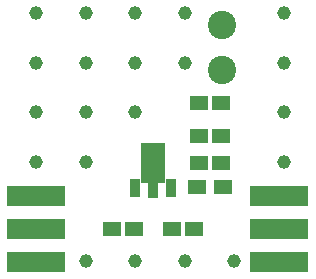
<source format=gbr>
G04 #@! TF.FileFunction,Soldermask,Top*
%FSLAX46Y46*%
G04 Gerber Fmt 4.6, Leading zero omitted, Abs format (unit mm)*
G04 Created by KiCad (PCBNEW 4.0.7) date 11/03/17 21:56:08*
%MOMM*%
%LPD*%
G01*
G04 APERTURE LIST*
%ADD10C,0.100000*%
%ADD11R,4.900000X1.800000*%
%ADD12C,1.162000*%
%ADD13R,1.600000X1.150000*%
%ADD14R,1.600000X1.300000*%
%ADD15R,0.920000X1.600000*%
%ADD16R,2.150000X3.380000*%
%ADD17R,0.960000X1.670000*%
%ADD18C,2.400000*%
G04 APERTURE END LIST*
D10*
D11*
X147610000Y-117621000D03*
X147610000Y-120396000D03*
X147610000Y-123171000D03*
D12*
X143800000Y-123108000D03*
X139600000Y-123108000D03*
X135400000Y-123108000D03*
X131200000Y-123108000D03*
X148000000Y-114708000D03*
X131200000Y-114708000D03*
X127000000Y-114708000D03*
X148000000Y-110508000D03*
X135400000Y-110508000D03*
X131200000Y-110508000D03*
X127000000Y-110508000D03*
X148000000Y-106308000D03*
X139600000Y-106308000D03*
X135400000Y-106308000D03*
X131200000Y-106308000D03*
X127000000Y-106308000D03*
X148000000Y-102108000D03*
X139600000Y-102108000D03*
X135400000Y-102108000D03*
X131200000Y-102108000D03*
D11*
X127036000Y-117621000D03*
X127036000Y-120396000D03*
X127036000Y-123171000D03*
D13*
X135316000Y-120396000D03*
X133416000Y-120396000D03*
X140396000Y-120396000D03*
X138496000Y-120396000D03*
X140782000Y-114808000D03*
X142682000Y-114808000D03*
X140782000Y-112522000D03*
X142682000Y-112522000D03*
X140782000Y-109728000D03*
X142682000Y-109728000D03*
D14*
X142832000Y-116840000D03*
X140632000Y-116840000D03*
D15*
X138406000Y-116932000D03*
D16*
X136906000Y-114772000D03*
D17*
X136906000Y-116897000D03*
D15*
X135406000Y-116932000D03*
D18*
X142748000Y-106934000D03*
X142748000Y-103124000D03*
D12*
X127000000Y-102108000D03*
M02*

</source>
